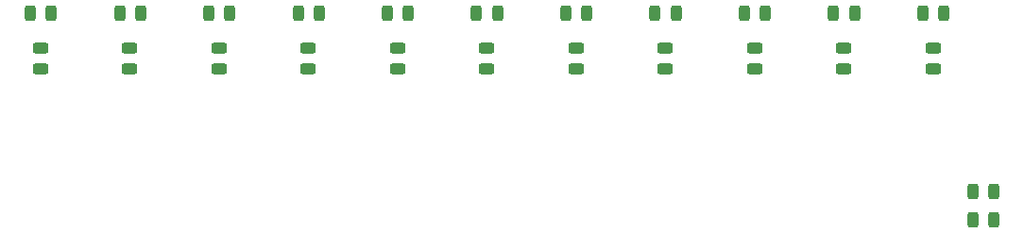
<source format=gbr>
G04 #@! TF.GenerationSoftware,KiCad,Pcbnew,7.0.6*
G04 #@! TF.CreationDate,2023-11-12T09:35:53+05:30*
G04 #@! TF.ProjectId,Common-Miner-Baseboard,436f6d6d-6f6e-42d4-9d69-6e65722d4261,rev?*
G04 #@! TF.SameCoordinates,Original*
G04 #@! TF.FileFunction,Paste,Top*
G04 #@! TF.FilePolarity,Positive*
%FSLAX46Y46*%
G04 Gerber Fmt 4.6, Leading zero omitted, Abs format (unit mm)*
G04 Created by KiCad (PCBNEW 7.0.6) date 2023-11-12 09:35:53*
%MOMM*%
%LPD*%
G01*
G04 APERTURE LIST*
G04 Aperture macros list*
%AMRoundRect*
0 Rectangle with rounded corners*
0 $1 Rounding radius*
0 $2 $3 $4 $5 $6 $7 $8 $9 X,Y pos of 4 corners*
0 Add a 4 corners polygon primitive as box body*
4,1,4,$2,$3,$4,$5,$6,$7,$8,$9,$2,$3,0*
0 Add four circle primitives for the rounded corners*
1,1,$1+$1,$2,$3*
1,1,$1+$1,$4,$5*
1,1,$1+$1,$6,$7*
1,1,$1+$1,$8,$9*
0 Add four rect primitives between the rounded corners*
20,1,$1+$1,$2,$3,$4,$5,0*
20,1,$1+$1,$4,$5,$6,$7,0*
20,1,$1+$1,$6,$7,$8,$9,0*
20,1,$1+$1,$8,$9,$2,$3,0*%
G04 Aperture macros list end*
%ADD10RoundRect,0.243750X-0.243750X-0.456250X0.243750X-0.456250X0.243750X0.456250X-0.243750X0.456250X0*%
%ADD11RoundRect,0.243750X-0.456250X0.243750X-0.456250X-0.243750X0.456250X-0.243750X0.456250X0.243750X0*%
%ADD12RoundRect,0.243750X0.243750X0.456250X-0.243750X0.456250X-0.243750X-0.456250X0.243750X-0.456250X0*%
G04 APERTURE END LIST*
D10*
G04 #@! TO.C,D2*
X49062500Y-49000000D03*
X50937500Y-49000000D03*
G04 #@! TD*
G04 #@! TO.C,D3*
X57057500Y-49000000D03*
X58932500Y-49000000D03*
G04 #@! TD*
G04 #@! TO.C,D4*
X65057500Y-49000000D03*
X66932500Y-49000000D03*
G04 #@! TD*
G04 #@! TO.C,D5*
X73057500Y-49000000D03*
X74932500Y-49000000D03*
G04 #@! TD*
G04 #@! TO.C,D6*
X81057500Y-49000000D03*
X82932500Y-49000000D03*
G04 #@! TD*
G04 #@! TO.C,D7*
X89057500Y-49000000D03*
X90932500Y-49000000D03*
G04 #@! TD*
G04 #@! TO.C,D8*
X97057500Y-49000000D03*
X98932500Y-49000000D03*
G04 #@! TD*
G04 #@! TO.C,D9*
X105057500Y-49000000D03*
X106932500Y-49000000D03*
G04 #@! TD*
G04 #@! TO.C,D10*
X113057500Y-49000000D03*
X114932500Y-49000000D03*
G04 #@! TD*
G04 #@! TO.C,D11*
X121057500Y-49000000D03*
X122932500Y-49000000D03*
G04 #@! TD*
D11*
G04 #@! TO.C,R1*
X41975000Y-52062500D03*
X41975000Y-53937500D03*
G04 #@! TD*
G04 #@! TO.C,R2*
X49975000Y-52062500D03*
X49975000Y-53937500D03*
G04 #@! TD*
G04 #@! TO.C,R3*
X57975000Y-52062500D03*
X57975000Y-53937500D03*
G04 #@! TD*
G04 #@! TO.C,R4*
X65975000Y-52062500D03*
X65975000Y-53937500D03*
G04 #@! TD*
G04 #@! TO.C,R5*
X73975000Y-52062500D03*
X73975000Y-53937500D03*
G04 #@! TD*
G04 #@! TO.C,R6*
X81975000Y-52062500D03*
X81975000Y-53937500D03*
G04 #@! TD*
G04 #@! TO.C,R7*
X89975000Y-52062500D03*
X89975000Y-53937500D03*
G04 #@! TD*
G04 #@! TO.C,R8*
X97975000Y-52062500D03*
X97975000Y-53937500D03*
G04 #@! TD*
G04 #@! TO.C,R9*
X105975000Y-52062500D03*
X105975000Y-53937500D03*
G04 #@! TD*
G04 #@! TO.C,R10*
X113975000Y-52062500D03*
X113975000Y-53937500D03*
G04 #@! TD*
G04 #@! TO.C,R11*
X121975000Y-52062500D03*
X121975000Y-53937500D03*
G04 #@! TD*
D12*
G04 #@! TO.C,R14*
X127437500Y-65000000D03*
X125562500Y-65000000D03*
G04 #@! TD*
G04 #@! TO.C,R15*
X127437500Y-67500000D03*
X125562500Y-67500000D03*
G04 #@! TD*
D10*
G04 #@! TO.C,D1*
X41017500Y-49000000D03*
X42892500Y-49000000D03*
G04 #@! TD*
M02*

</source>
